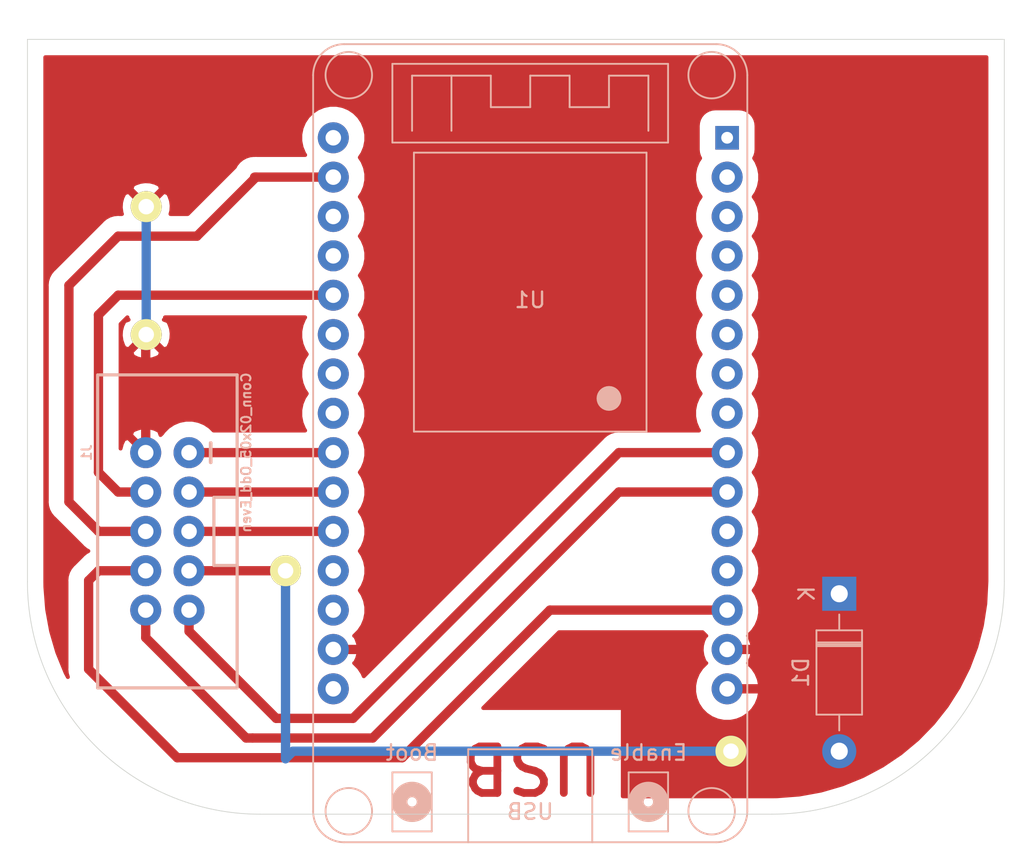
<source format=kicad_pcb>
(kicad_pcb (version 20171130) (host pcbnew 5.1.6-c6e7f7d~87~ubuntu20.04.1)

  (general
    (thickness 1.6)
    (drawings 7)
    (tracks 47)
    (zones 0)
    (modules 7)
    (nets 31)
  )

  (page A4)
  (layers
    (0 F.Cu signal)
    (31 B.Cu signal)
    (32 B.Adhes user)
    (33 F.Adhes user)
    (34 B.Paste user)
    (35 F.Paste user)
    (36 B.SilkS user)
    (37 F.SilkS user)
    (38 B.Mask user)
    (39 F.Mask user)
    (40 Dwgs.User user)
    (41 Cmts.User user)
    (42 Eco1.User user)
    (43 Eco2.User user)
    (44 Edge.Cuts user)
    (45 Margin user)
    (46 B.CrtYd user)
    (47 F.CrtYd user)
    (48 B.Fab user)
    (49 F.Fab user)
  )

  (setup
    (last_trace_width 0.6)
    (trace_clearance 0.2)
    (zone_clearance 1)
    (zone_45_only no)
    (trace_min 0.2)
    (via_size 0.8)
    (via_drill 0.4)
    (via_min_size 0.4)
    (via_min_drill 0.3)
    (uvia_size 0.3)
    (uvia_drill 0.1)
    (uvias_allowed no)
    (uvia_min_size 0.2)
    (uvia_min_drill 0.1)
    (edge_width 0.05)
    (segment_width 0.2)
    (pcb_text_width 0.3)
    (pcb_text_size 1.5 1.5)
    (mod_edge_width 0.12)
    (mod_text_size 1 1)
    (mod_text_width 0.15)
    (pad_size 2 2)
    (pad_drill 1)
    (pad_to_mask_clearance 0.05)
    (aux_axis_origin 115 120)
    (grid_origin 115 120)
    (visible_elements FFFFFF7F)
    (pcbplotparams
      (layerselection 0x00000_7fffffff)
      (usegerberextensions false)
      (usegerberattributes true)
      (usegerberadvancedattributes true)
      (creategerberjobfile true)
      (excludeedgelayer true)
      (linewidth 0.100000)
      (plotframeref false)
      (viasonmask false)
      (mode 1)
      (useauxorigin true)
      (hpglpennumber 1)
      (hpglpenspeed 20)
      (hpglpendiameter 15.000000)
      (psnegative false)
      (psa4output false)
      (plotreference true)
      (plotvalue true)
      (plotinvisibletext false)
      (padsonsilk false)
      (subtractmaskfromsilk false)
      (outputformat 1)
      (mirror false)
      (drillshape 0)
      (scaleselection 1)
      (outputdirectory "plot/"))
  )

  (net 0 "")
  (net 1 C_DIR)
  (net 2 SERVO_Z)
  (net 3 C_STEP)
  (net 4 B_DIR)
  (net 5 ENABLE)
  (net 6 B_STEP)
  (net 7 A_STEP)
  (net 8 GND)
  (net 9 A_DIR)
  (net 10 "Net-(U1-Pad1)")
  (net 11 "Net-(U1-Pad3)")
  (net 12 "Net-(U1-Pad4)")
  (net 13 "Net-(U1-Pad5)")
  (net 14 "Net-(U1-Pad7)")
  (net 15 "Net-(U1-Pad8)")
  (net 16 "Net-(U1-Pad11)")
  (net 17 "Net-(U1-Pad2)")
  (net 18 "Net-(U1-Pad6)")
  (net 19 "Net-(U1-Pad12)")
  (net 20 "Net-(U1-Pad27)")
  (net 21 "Net-(U1-Pad23)")
  (net 22 "Net-(U1-Pad24)")
  (net 23 "Net-(U1-Pad18)")
  (net 24 "Net-(U1-Pad19)")
  (net 25 "Net-(U1-Pad25)")
  (net 26 "Net-(U1-Pad28)")
  (net 27 "Net-(U1-Pad30)")
  (net 28 +5V)
  (net 29 "Net-(U1-Pad16)")
  (net 30 "Net-(D1-Pad1)")

  (net_class Default "This is the default net class."
    (clearance 0.2)
    (trace_width 0.6)
    (via_dia 0.8)
    (via_drill 0.4)
    (uvia_dia 0.3)
    (uvia_drill 0.1)
    (add_net +5V)
    (add_net A_DIR)
    (add_net A_STEP)
    (add_net B_DIR)
    (add_net B_STEP)
    (add_net C_DIR)
    (add_net C_STEP)
    (add_net ENABLE)
    (add_net GND)
    (add_net "Net-(D1-Pad1)")
    (add_net "Net-(U1-Pad1)")
    (add_net "Net-(U1-Pad11)")
    (add_net "Net-(U1-Pad12)")
    (add_net "Net-(U1-Pad16)")
    (add_net "Net-(U1-Pad18)")
    (add_net "Net-(U1-Pad19)")
    (add_net "Net-(U1-Pad2)")
    (add_net "Net-(U1-Pad23)")
    (add_net "Net-(U1-Pad24)")
    (add_net "Net-(U1-Pad25)")
    (add_net "Net-(U1-Pad27)")
    (add_net "Net-(U1-Pad28)")
    (add_net "Net-(U1-Pad3)")
    (add_net "Net-(U1-Pad30)")
    (add_net "Net-(U1-Pad4)")
    (add_net "Net-(U1-Pad5)")
    (add_net "Net-(U1-Pad6)")
    (add_net "Net-(U1-Pad7)")
    (add_net "Net-(U1-Pad8)")
    (add_net SERVO_Z)
  )

  (module custom:Bridge (layer F.Cu) (tedit 5F8E06A0) (tstamp 5F8E0A20)
    (at 154.37 107.935 180)
    (fp_text reference "" (at 0 2.54) (layer F.SilkS)
      (effects (font (size 1 1) (thickness 0.15)))
    )
    (fp_text value Bridge (at 0 -2.54) (layer F.Fab)
      (effects (font (size 1 1) (thickness 0.15)))
    )
    (pad 1 thru_hole circle (at 0 0 180) (size 2 2) (drill 1) (layers *.Cu *.Mask F.SilkS)
      (net 28 +5V))
  )

  (module Diode_THT:D_DO-41_SOD81_P10.16mm_Horizontal (layer B.Cu) (tedit 5AE50CD5) (tstamp 5F8E087F)
    (at 161.355 97.775 270)
    (descr "Diode, DO-41_SOD81 series, Axial, Horizontal, pin pitch=10.16mm, , length*diameter=5.2*2.7mm^2, , http://www.diodes.com/_files/packages/DO-41%20(Plastic).pdf")
    (tags "Diode DO-41_SOD81 series Axial Horizontal pin pitch 10.16mm  length 5.2mm diameter 2.7mm")
    (path /5F8E0952)
    (fp_text reference D1 (at 5.08 2.47 90) (layer B.SilkS)
      (effects (font (size 1 1) (thickness 0.15)) (justify mirror))
    )
    (fp_text value 1N4001 (at 5.08 -2.47 90) (layer B.Fab)
      (effects (font (size 1 1) (thickness 0.15)) (justify mirror))
    )
    (fp_text user K (at 0 2.1 90) (layer B.SilkS)
      (effects (font (size 1 1) (thickness 0.15)) (justify mirror))
    )
    (fp_text user K (at 0 2.1 90) (layer B.Fab)
      (effects (font (size 1 1) (thickness 0.15)) (justify mirror))
    )
    (fp_text user %R (at 5.47 0 90) (layer B.Fab)
      (effects (font (size 1 1) (thickness 0.15)) (justify mirror))
    )
    (fp_line (start 2.48 1.35) (end 2.48 -1.35) (layer B.Fab) (width 0.1))
    (fp_line (start 2.48 -1.35) (end 7.68 -1.35) (layer B.Fab) (width 0.1))
    (fp_line (start 7.68 -1.35) (end 7.68 1.35) (layer B.Fab) (width 0.1))
    (fp_line (start 7.68 1.35) (end 2.48 1.35) (layer B.Fab) (width 0.1))
    (fp_line (start 0 0) (end 2.48 0) (layer B.Fab) (width 0.1))
    (fp_line (start 10.16 0) (end 7.68 0) (layer B.Fab) (width 0.1))
    (fp_line (start 3.26 1.35) (end 3.26 -1.35) (layer B.Fab) (width 0.1))
    (fp_line (start 3.36 1.35) (end 3.36 -1.35) (layer B.Fab) (width 0.1))
    (fp_line (start 3.16 1.35) (end 3.16 -1.35) (layer B.Fab) (width 0.1))
    (fp_line (start 2.36 1.47) (end 2.36 -1.47) (layer B.SilkS) (width 0.12))
    (fp_line (start 2.36 -1.47) (end 7.8 -1.47) (layer B.SilkS) (width 0.12))
    (fp_line (start 7.8 -1.47) (end 7.8 1.47) (layer B.SilkS) (width 0.12))
    (fp_line (start 7.8 1.47) (end 2.36 1.47) (layer B.SilkS) (width 0.12))
    (fp_line (start 1.34 0) (end 2.36 0) (layer B.SilkS) (width 0.12))
    (fp_line (start 8.82 0) (end 7.8 0) (layer B.SilkS) (width 0.12))
    (fp_line (start 3.26 1.47) (end 3.26 -1.47) (layer B.SilkS) (width 0.12))
    (fp_line (start 3.38 1.47) (end 3.38 -1.47) (layer B.SilkS) (width 0.12))
    (fp_line (start 3.14 1.47) (end 3.14 -1.47) (layer B.SilkS) (width 0.12))
    (fp_line (start -1.35 1.6) (end -1.35 -1.6) (layer B.CrtYd) (width 0.05))
    (fp_line (start -1.35 -1.6) (end 11.51 -1.6) (layer B.CrtYd) (width 0.05))
    (fp_line (start 11.51 -1.6) (end 11.51 1.6) (layer B.CrtYd) (width 0.05))
    (fp_line (start 11.51 1.6) (end -1.35 1.6) (layer B.CrtYd) (width 0.05))
    (pad 2 thru_hole oval (at 10.16 0 270) (size 2.2 2.2) (drill 1.1) (layers *.Cu *.Mask)
      (net 28 +5V))
    (pad 1 thru_hole rect (at 0 0 270) (size 2.2 2.2) (drill 1.1) (layers *.Cu *.Mask)
      (net 30 "Net-(D1-Pad1)"))
    (model ${KISYS3DMOD}/Diode_THT.3dshapes/D_DO-41_SOD81_P10.16mm_Horizontal.wrl
      (at (xyz 0 0 0))
      (scale (xyz 1 1 1))
      (rotate (xyz 0 0 0))
    )
  )

  (module custom:Bridge (layer F.Cu) (tedit 5F89ECFF) (tstamp 5F8A4B5F)
    (at 125.645 96.29 180)
    (fp_text reference "" (at 0 2.54) (layer F.SilkS)
      (effects (font (size 1 1) (thickness 0.15)))
    )
    (fp_text value Bridge (at 0 -2.54) (layer F.Fab)
      (effects (font (size 1 1) (thickness 0.15)))
    )
    (pad 1 thru_hole circle (at 0 0 180) (size 2 2) (drill 1) (layers *.Cu *.Mask F.SilkS)
      (net 28 +5V))
  )

  (module custom:Bridge (layer F.Cu) (tedit 5F88C224) (tstamp 5F89364A)
    (at 116.66 72.795 180)
    (fp_text reference "" (at 0 2.54) (layer F.SilkS)
      (effects (font (size 1 1) (thickness 0.15)))
    )
    (fp_text value Bridge (at 0 -2.54) (layer F.Fab)
      (effects (font (size 1 1) (thickness 0.15)))
    )
    (pad 1 thru_hole circle (at 0 0 180) (size 2 2) (drill 1) (layers *.Cu *.Mask F.SilkS)
      (net 8 GND))
  )

  (module custom:Bridge (layer F.Cu) (tedit 5F89ED27) (tstamp 5F893633)
    (at 116.66 81.05 180)
    (fp_text reference "" (at 0 2.54) (layer F.SilkS)
      (effects (font (size 1 1) (thickness 0.15)))
    )
    (fp_text value Bridge (at 0 -2.54) (layer F.Fab)
      (effects (font (size 1 1) (thickness 0.15)))
    )
    (pad 1 thru_hole circle (at 0 0 180) (size 2 2) (drill 1) (layers *.Cu *.Mask F.SilkS)
      (net 8 GND))
  )

  (module custom:esp32_devkit_v1_doit (layer B.Cu) (tedit 5F89ED62) (tstamp 5F88C826)
    (at 141.425 68.35 180)
    (descr "ESPWROOM32, ESP32, 30 GPIOs version")
    (path /5F88B531)
    (attr smd)
    (fp_text reference U1 (at 0 -10.47) (layer B.SilkS)
      (effects (font (size 1 1) (thickness 0.15)) (justify mirror))
    )
    (fp_text value ESP32-DEV-30GPIO (at 0 -8.7) (layer B.Fab)
      (effects (font (size 1 1) (thickness 0.15)) (justify mirror))
    )
    (fp_circle (center 7.62 -42.855) (end 7.92 -42.855) (layer B.SilkS) (width 1))
    (fp_circle (center -7.62 -42.855) (end -7.32 -42.855) (layer B.SilkS) (width 1))
    (fp_line (start -6.35 -40.95) (end -6.35 -44.76) (layer B.SilkS) (width 0.12))
    (fp_line (start -8.89 -40.95) (end -6.35 -40.95) (layer B.SilkS) (width 0.12))
    (fp_line (start -8.89 -44.76) (end -8.89 -40.95) (layer B.SilkS) (width 0.12))
    (fp_line (start -6.35 -44.76) (end -8.89 -44.76) (layer B.SilkS) (width 0.12))
    (fp_line (start 6.35 -44.76) (end 6.35 -40.95) (layer B.SilkS) (width 0.12))
    (fp_line (start 8.89 -44.76) (end 6.35 -44.76) (layer B.SilkS) (width 0.12))
    (fp_line (start 8.89 -40.95) (end 8.89 -44.76) (layer B.SilkS) (width 0.12))
    (fp_line (start 6.35 -40.95) (end 8.89 -40.95) (layer B.SilkS) (width 0.12))
    (fp_circle (center -5.08 -16.82) (end -4.68 -16.82) (layer B.SilkS) (width 0.8))
    (fp_line (start -7.5 -18.96) (end -7.5 -0.96) (layer B.SilkS) (width 0.12))
    (fp_line (start 7.5 -18.96) (end -7.5 -18.96) (layer B.SilkS) (width 0.12))
    (fp_line (start 7.5 -0.96) (end 7.5 -18.96) (layer B.SilkS) (width 0.12))
    (fp_line (start -7.5 -0.96) (end 7.5 -0.96) (layer B.SilkS) (width 0.12))
    (fp_line (start 5.08 4.008) (end 5.08 0.452) (layer B.SilkS) (width 0.12))
    (fp_line (start 7.62 4.008) (end 7.62 0.452) (layer B.SilkS) (width 0.12))
    (fp_line (start 2.54 4.008) (end 7.62 4.008) (layer B.SilkS) (width 0.12))
    (fp_line (start 2.54 1.976) (end 2.54 4.008) (layer B.SilkS) (width 0.12))
    (fp_line (start 0 1.976) (end 2.54 1.976) (layer B.SilkS) (width 0.12))
    (fp_line (start 0 4.008) (end 0 1.976) (layer B.SilkS) (width 0.12))
    (fp_line (start -2.54 4.008) (end 0 4.008) (layer B.SilkS) (width 0.12))
    (fp_line (start -2.54 1.976) (end -2.54 4.008) (layer B.SilkS) (width 0.12))
    (fp_line (start -5.08 1.976) (end -2.54 1.976) (layer B.SilkS) (width 0.12))
    (fp_line (start -5.08 4.008) (end -5.08 1.976) (layer B.SilkS) (width 0.12))
    (fp_line (start -7.62 4.008) (end -5.08 4.008) (layer B.SilkS) (width 0.12))
    (fp_line (start -7.62 0.452) (end -7.62 4.008) (layer B.SilkS) (width 0.12))
    (fp_line (start -8.89 -0.31) (end -8.89 4.77) (layer B.SilkS) (width 0.12))
    (fp_line (start 8.89 -0.31) (end -8.89 -0.31) (layer B.SilkS) (width 0.12))
    (fp_line (start 8.89 4.77) (end 8.89 -0.31) (layer B.SilkS) (width 0.12))
    (fp_line (start -8.89 4.77) (end 8.89 4.77) (layer B.SilkS) (width 0.12))
    (fp_line (start -4 -39.46) (end 4 -39.46) (layer B.SilkS) (width 0.12))
    (fp_line (start 4 -39.46) (end 4 -45.46) (layer B.SilkS) (width 0.12))
    (fp_line (start -4 -39.46) (end -4 -45.46) (layer B.SilkS) (width 0.12))
    (fp_circle (center 11.7 -43.46) (end 13.2 -43.46) (layer B.SilkS) (width 0.12))
    (fp_circle (center -11.7 -43.46) (end -10.2 -43.46) (layer B.SilkS) (width 0.12))
    (fp_line (start -12 6.04) (end 12 6.04) (layer B.SilkS) (width 0.12))
    (fp_line (start -12 -45.46) (end 12 -45.46) (layer B.SilkS) (width 0.12))
    (fp_line (start -14 4.04) (end -14 -43.46) (layer B.SilkS) (width 0.12))
    (fp_line (start 14 -43.46) (end 14 4.04) (layer B.SilkS) (width 0.12))
    (fp_circle (center 11.7 4.04) (end 13.2 4.04) (layer B.SilkS) (width 0.12))
    (fp_circle (center -11.7 4.04) (end -10.2 4.04) (layer B.SilkS) (width 0.12))
    (fp_text user USB (at 0 -43.49) (layer B.SilkS)
      (effects (font (size 1 1) (thickness 0.15)) (justify mirror))
    )
    (fp_text user Boot (at 7.62 -39.68) (layer B.SilkS)
      (effects (font (size 1 1) (thickness 0.15)) (justify mirror))
    )
    (fp_text user Enable (at -7.62 -39.68) (layer B.SilkS)
      (effects (font (size 1 1) (thickness 0.15)) (justify mirror))
    )
    (fp_arc (start 12 4.04) (end 14 4.04) (angle 90) (layer B.SilkS) (width 0.12))
    (fp_arc (start -12 4.04) (end -12 6.04) (angle 90) (layer B.SilkS) (width 0.12))
    (fp_arc (start -12 -43.46) (end -14 -43.46) (angle 90) (layer B.SilkS) (width 0.12))
    (fp_arc (start 12 -43.46) (end 12 -45.46) (angle 90) (layer B.SilkS) (width 0.12))
    (pad 1 thru_hole rect (at -12.7 0 180) (size 1.524 1.524) (drill 0.762) (layers *.Cu *.Mask)
      (net 10 "Net-(U1-Pad1)"))
    (pad 2 thru_hole circle (at -12.7 -2.54 180) (size 2 2) (drill 1) (layers *.Cu *.Mask)
      (net 17 "Net-(U1-Pad2)"))
    (pad 3 thru_hole circle (at -12.7 -5.08 180) (size 2 2) (drill 1) (layers *.Cu *.Mask)
      (net 11 "Net-(U1-Pad3)"))
    (pad 4 thru_hole circle (at -12.7 -7.62 180) (size 2 2) (drill 1) (layers *.Cu *.Mask)
      (net 12 "Net-(U1-Pad4)"))
    (pad 5 thru_hole circle (at -12.7 -10.16 180) (size 2 2) (drill 1) (layers *.Cu *.Mask)
      (net 13 "Net-(U1-Pad5)"))
    (pad 6 thru_hole circle (at -12.7 -12.7 180) (size 2 2) (drill 1) (layers *.Cu *.Mask)
      (net 18 "Net-(U1-Pad6)"))
    (pad 7 thru_hole circle (at -12.7 -15.24 180) (size 2 2) (drill 1) (layers *.Cu *.Mask)
      (net 14 "Net-(U1-Pad7)"))
    (pad 8 thru_hole circle (at -12.7 -17.78 180) (size 2 2) (drill 1) (layers *.Cu *.Mask)
      (net 15 "Net-(U1-Pad8)"))
    (pad 9 thru_hole circle (at -12.7 -20.32 180) (size 2 2) (drill 1) (layers *.Cu *.Mask)
      (net 2 SERVO_Z))
    (pad 10 thru_hole circle (at -12.7 -22.86 180) (size 2 2) (drill 1) (layers *.Cu *.Mask)
      (net 1 C_DIR))
    (pad 11 thru_hole circle (at -12.7 -25.4 180) (size 2 2) (drill 1) (layers *.Cu *.Mask)
      (net 16 "Net-(U1-Pad11)"))
    (pad 12 thru_hole circle (at -12.7 -27.94 180) (size 2 2) (drill 1) (layers *.Cu *.Mask)
      (net 19 "Net-(U1-Pad12)"))
    (pad 13 thru_hole circle (at -12.7 -30.48 180) (size 2 2) (drill 1) (layers *.Cu *.Mask)
      (net 3 C_STEP))
    (pad 14 thru_hole circle (at -12.7 -33.02 180) (size 2 2) (drill 1) (layers *.Cu *.Mask)
      (net 8 GND))
    (pad 15 thru_hole circle (at -12.7 -35.56 180) (size 2 2) (drill 1) (layers *.Cu *.Mask)
      (net 30 "Net-(D1-Pad1)"))
    (pad 16 thru_hole circle (at 12.7 -35.56 180) (size 2 2) (drill 1) (layers *.Cu *.Mask)
      (net 29 "Net-(U1-Pad16)"))
    (pad 17 thru_hole circle (at 12.7 -33.02 180) (size 2 2) (drill 1) (layers *.Cu *.Mask)
      (net 8 GND))
    (pad 18 thru_hole circle (at 12.7 -30.48 180) (size 2 2) (drill 1) (layers *.Cu *.Mask)
      (net 23 "Net-(U1-Pad18)"))
    (pad 19 thru_hole circle (at 12.7 -27.94 180) (size 2 2) (drill 1) (layers *.Cu *.Mask)
      (net 24 "Net-(U1-Pad19)"))
    (pad 20 thru_hole circle (at 12.7 -25.4 180) (size 2 2) (drill 1) (layers *.Cu *.Mask)
      (net 5 ENABLE))
    (pad 21 thru_hole circle (at 12.7 -22.86 180) (size 2 2) (drill 1) (layers *.Cu *.Mask)
      (net 7 A_STEP))
    (pad 22 thru_hole circle (at 12.7 -20.32 180) (size 2 2) (drill 1) (layers *.Cu *.Mask)
      (net 9 A_DIR))
    (pad 23 thru_hole circle (at 12.7 -17.78 180) (size 2 2) (drill 1) (layers *.Cu *.Mask)
      (net 21 "Net-(U1-Pad23)"))
    (pad 24 thru_hole circle (at 12.7 -15.24 180) (size 2 2) (drill 1) (layers *.Cu *.Mask)
      (net 22 "Net-(U1-Pad24)"))
    (pad 25 thru_hole circle (at 12.7 -12.7 180) (size 2 2) (drill 1) (layers *.Cu *.Mask)
      (net 25 "Net-(U1-Pad25)"))
    (pad 26 thru_hole circle (at 12.7 -10.16 180) (size 2 2) (drill 1) (layers *.Cu *.Mask)
      (net 6 B_STEP))
    (pad 27 thru_hole circle (at 12.7 -7.62 180) (size 2 2) (drill 1) (layers *.Cu *.Mask)
      (net 20 "Net-(U1-Pad27)"))
    (pad 28 thru_hole circle (at 12.7 -5.08 180) (size 2 2) (drill 1) (layers *.Cu *.Mask)
      (net 26 "Net-(U1-Pad28)"))
    (pad 29 thru_hole circle (at 12.7 -2.54 180) (size 2 2) (drill 1) (layers *.Cu *.Mask)
      (net 4 B_DIR))
    (pad 30 thru_hole circle (at 12.7 0 180) (size 2 2) (drill 1) (layers *.Cu *.Mask)
      (net 27 "Net-(U1-Pad30)"))
    (model ${KISYS3DMOD}/Button_Switch_SMD.3dshapes/SW_SPST_B3U-1000P-B.wrl
      (offset (xyz 7.5 -43 4))
      (scale (xyz 1 1 1))
      (rotate (xyz 0 0 90))
    )
    (model ${KISYS3DMOD}/Button_Switch_SMD.3dshapes/SW_SPST_B3U-1000P-B.wrl
      (offset (xyz -7.5 -43 4))
      (scale (xyz 1 1 1))
      (rotate (xyz 0 0 90))
    )
    (model ${KISYS3DMOD}/Connector_PinHeader_2.54mm.3dshapes/PinHeader_1x15_P2.54mm_Vertical.wrl
      (offset (xyz -12.7 0 2.5))
      (scale (xyz 1 1 1))
      (rotate (xyz 0 180 0))
    )
    (model ${KISYS3DMOD}/Connector_PinHeader_2.54mm.3dshapes/PinHeader_1x15_P2.54mm_Vertical.wrl
      (offset (xyz 12.7 0 2.5))
      (scale (xyz 1 1 1))
      (rotate (xyz 0 180 0))
    )
    (model ${VL_PACKAGES3D}/esp32_devkit_v1_doit.3dshapes/esp32_devkit_v1_doit.step
      (offset (xyz -12.7 0 2.5))
      (scale (xyz 1 1 1))
      (rotate (xyz 0 0 0))
    )
    (model ${KISYS3DMOD}/Connector_USB.3dshapes/USB_Micro-B_Molex_47346-0001.wrl
      (offset (xyz 0 -42 4))
      (scale (xyz 1 1 1))
      (rotate (xyz 0 0 0))
    )
    (model ${KISYS3DMOD}/LED_SMD.3dshapes/LED_1206_3216Metric.wrl
      (offset (xyz -6 -23 4))
      (scale (xyz 1 1 1))
      (rotate (xyz 0 0 -90))
    )
    (model ${KISYS3DMOD}/LED_SMD.3dshapes/LED_1206_3216Metric.wrl
      (offset (xyz 6 -23 4))
      (scale (xyz 1 1 1))
      (rotate (xyz 0 0 -90))
    )
    (model ${KISYS3DMOD}/Capacitor_Tantalum_SMD.3dshapes/CP_EIA-2012-15_AVX-P.wrl
      (offset (xyz -6.5 -27.5 4))
      (scale (xyz 1 1 1))
      (rotate (xyz 0 0 0))
    )
    (model ${KISYS3DMOD}/Package_TO_SOT_SMD.3dshapes/SOT-223.wrl
      (offset (xyz -6 -33 4))
      (scale (xyz 1 1 1))
      (rotate (xyz 0 0 -180))
    )
    (model ${KISYS3DMOD}/Resistor_SMD.3dshapes/R_0603_1608Metric.wrl
      (offset (xyz -7 -38.5 4))
      (scale (xyz 1 1 1))
      (rotate (xyz 0 0 0))
    )
    (model ${KISYS3DMOD}/Resistor_SMD.3dshapes/R_0603_1608Metric.wrl
      (offset (xyz 8.5 -38.5 4))
      (scale (xyz 1 1 1))
      (rotate (xyz 0 0 0))
    )
    (model ${KISYS3DMOD}/Resistor_SMD.3dshapes/R_0603_1608Metric.wrl
      (offset (xyz 5.5 -38.5 4))
      (scale (xyz 1 1 1))
      (rotate (xyz 0 0 0))
    )
    (model ${KISYS3DMOD}/Package_TO_SOT_SMD.3dshapes/SOT-23.wrl
      (offset (xyz -0.5 -27.5 4))
      (scale (xyz 1 1 1))
      (rotate (xyz 0 0 0))
    )
    (model ${KISYS3DMOD}/Package_TO_SOT_SMD.3dshapes/SOT-23.wrl
      (offset (xyz 6 -27.5 4))
      (scale (xyz 1 1 1))
      (rotate (xyz 0 0 -180))
    )
    (model ${KISYS3DMOD}/Resistor_SMD.3dshapes/R_0603_1608Metric.wrl
      (offset (xyz 9 -27.5 4))
      (scale (xyz 1 1 1))
      (rotate (xyz 0 0 90))
    )
    (model ${KISYS3DMOD}/Resistor_SMD.3dshapes/R_0603_1608Metric.wrl
      (offset (xyz -3.5 -27.5 4))
      (scale (xyz 1 1 1))
      (rotate (xyz 0 0 90))
    )
    (model ${KISYS3DMOD}/Capacitor_SMD.3dshapes/C_0603_1608Metric.wrl
      (offset (xyz -0.5 -38.5 4))
      (scale (xyz 1 1 1))
      (rotate (xyz 0 0 0))
    )
    (model ${KISYS3DMOD}/Diode_SMD.3dshapes/D_0603_1608Metric.wrl
      (offset (xyz -3 -38.5 4))
      (scale (xyz 1 1 1))
      (rotate (xyz 0 0 0))
    )
    (model ${KISYS3DMOD}/Resistor_SMD.3dshapes/R_0603_1608Metric.wrl
      (offset (xyz -3 -23 4))
      (scale (xyz 1 1 1))
      (rotate (xyz 0 0 90))
    )
    (model ${KISYS3DMOD}/Resistor_SMD.3dshapes/R_0603_1608Metric.wrl
      (offset (xyz -1.5 -23 4))
      (scale (xyz 1 1 1))
      (rotate (xyz 0 0 90))
    )
    (model ${KISYS3DMOD}/Resistor_SMD.3dshapes/R_0603_1608Metric.wrl
      (offset (xyz 0 -23 4))
      (scale (xyz 1 1 1))
      (rotate (xyz 0 0 90))
    )
    (model ${KISYS3DMOD}/Resistor_SMD.3dshapes/R_0603_1608Metric.wrl
      (offset (xyz 1.5 -23 4))
      (scale (xyz 1 1 1))
      (rotate (xyz 0 0 90))
    )
    (model ${KISYS3DMOD}/Resistor_SMD.3dshapes/R_0603_1608Metric.wrl
      (offset (xyz 3 -23 4))
      (scale (xyz 1 1 1))
      (rotate (xyz 0 0 90))
    )
    (model ${KISYS3DMOD}/Package_DFN_QFN.3dshapes/QFN-28-1EP_5x5mm_P0.5mm_EP3.35x3.35mm.wrl
      (offset (xyz 7 -33.5 4))
      (scale (xyz 1 1 1))
      (rotate (xyz 0 0 0))
    )
    (model ${KISYS3DMOD}/Resistor_SMD.3dshapes/R_0603_1608Metric.wrl
      (offset (xyz 8.5 -22 4))
      (scale (xyz 1 1 1))
      (rotate (xyz 0 0 0))
    )
    (model ${KISYS3DMOD}/Resistor_SMD.3dshapes/R_0603_1608Metric.wrl
      (offset (xyz 8.5 -24 4))
      (scale (xyz 1 1 1))
      (rotate (xyz 0 0 0))
    )
    (model ${KISYS3DMOD}/Capacitor_SMD.3dshapes/C_0603_1608Metric.wrl
      (offset (xyz -8.5 -22 4))
      (scale (xyz 1 1 1))
      (rotate (xyz 0 0 0))
    )
    (model ${KISYS3DMOD}/Capacitor_SMD.3dshapes/C_0603_1608Metric.wrl
      (offset (xyz -8.5 -24 4))
      (scale (xyz 1 1 1))
      (rotate (xyz 0 0 0))
    )
    (model ${KISYS3DMOD}/RF_Module.3dshapes/ESP32-WROOM-32.wrl
      (offset (xyz 0 -10 4))
      (scale (xyz 1 1 1))
      (rotate (xyz 0 0 0))
    )
  )

  (module Connectors:2X5-SHROUDED_LOCK (layer B.Cu) (tedit 5F89ED46) (tstamp 5F88C070)
    (at 118.025 93.75 180)
    (descr "PLATED THROUGH HOLE - 2X5 SHROUDED HEADER LOCKING FOOTPRINT")
    (tags "PLATED THROUGH HOLE - 2X5 SHROUDED HEADER LOCKING FOOTPRINT")
    (path /5F878A58)
    (attr virtual)
    (fp_text reference J1 (at 5.207 5.08 270) (layer B.SilkS)
      (effects (font (size 0.6096 0.6096) (thickness 0.127)) (justify mirror))
    )
    (fp_text value Conn_02x05_Odd_Even (at -5.08 5.08 270) (layer B.SilkS)
      (effects (font (size 0.6096 0.6096) (thickness 0.127)) (justify mirror))
    )
    (fp_line (start -1.524 4.826) (end -1.016 4.826) (layer Dwgs.User) (width 0.06604))
    (fp_line (start -1.016 4.826) (end -1.016 5.334) (layer Dwgs.User) (width 0.06604))
    (fp_line (start -1.524 5.334) (end -1.016 5.334) (layer Dwgs.User) (width 0.06604))
    (fp_line (start -1.524 4.826) (end -1.524 5.334) (layer Dwgs.User) (width 0.06604))
    (fp_line (start 1.016 4.826) (end 1.524 4.826) (layer Dwgs.User) (width 0.06604))
    (fp_line (start 1.524 4.826) (end 1.524 5.334) (layer Dwgs.User) (width 0.06604))
    (fp_line (start 1.016 5.334) (end 1.524 5.334) (layer Dwgs.User) (width 0.06604))
    (fp_line (start 1.016 4.826) (end 1.016 5.334) (layer Dwgs.User) (width 0.06604))
    (fp_line (start 1.016 2.286) (end 1.524 2.286) (layer Dwgs.User) (width 0.06604))
    (fp_line (start 1.524 2.286) (end 1.524 2.794) (layer Dwgs.User) (width 0.06604))
    (fp_line (start 1.016 2.794) (end 1.524 2.794) (layer Dwgs.User) (width 0.06604))
    (fp_line (start 1.016 2.286) (end 1.016 2.794) (layer Dwgs.User) (width 0.06604))
    (fp_line (start -1.524 2.286) (end -1.016 2.286) (layer Dwgs.User) (width 0.06604))
    (fp_line (start -1.016 2.286) (end -1.016 2.794) (layer Dwgs.User) (width 0.06604))
    (fp_line (start -1.524 2.794) (end -1.016 2.794) (layer Dwgs.User) (width 0.06604))
    (fp_line (start -1.524 2.286) (end -1.524 2.794) (layer Dwgs.User) (width 0.06604))
    (fp_line (start 1.016 -0.254) (end 1.524 -0.254) (layer Dwgs.User) (width 0.06604))
    (fp_line (start 1.524 -0.254) (end 1.524 0.254) (layer Dwgs.User) (width 0.06604))
    (fp_line (start 1.016 0.254) (end 1.524 0.254) (layer Dwgs.User) (width 0.06604))
    (fp_line (start 1.016 -0.254) (end 1.016 0.254) (layer Dwgs.User) (width 0.06604))
    (fp_line (start -1.524 -0.254) (end -1.016 -0.254) (layer Dwgs.User) (width 0.06604))
    (fp_line (start -1.016 -0.254) (end -1.016 0.254) (layer Dwgs.User) (width 0.06604))
    (fp_line (start -1.524 0.254) (end -1.016 0.254) (layer Dwgs.User) (width 0.06604))
    (fp_line (start -1.524 -0.254) (end -1.524 0.254) (layer Dwgs.User) (width 0.06604))
    (fp_line (start 1.016 -2.794) (end 1.524 -2.794) (layer Dwgs.User) (width 0.06604))
    (fp_line (start 1.524 -2.794) (end 1.524 -2.286) (layer Dwgs.User) (width 0.06604))
    (fp_line (start 1.016 -2.286) (end 1.524 -2.286) (layer Dwgs.User) (width 0.06604))
    (fp_line (start 1.016 -2.794) (end 1.016 -2.286) (layer Dwgs.User) (width 0.06604))
    (fp_line (start -1.524 -2.794) (end -1.016 -2.794) (layer Dwgs.User) (width 0.06604))
    (fp_line (start -1.016 -2.794) (end -1.016 -2.286) (layer Dwgs.User) (width 0.06604))
    (fp_line (start -1.524 -2.286) (end -1.016 -2.286) (layer Dwgs.User) (width 0.06604))
    (fp_line (start -1.524 -2.794) (end -1.524 -2.286) (layer Dwgs.User) (width 0.06604))
    (fp_line (start 1.016 -5.334) (end 1.524 -5.334) (layer Dwgs.User) (width 0.06604))
    (fp_line (start 1.524 -5.334) (end 1.524 -4.826) (layer Dwgs.User) (width 0.06604))
    (fp_line (start 1.016 -4.826) (end 1.524 -4.826) (layer Dwgs.User) (width 0.06604))
    (fp_line (start 1.016 -5.334) (end 1.016 -4.826) (layer Dwgs.User) (width 0.06604))
    (fp_line (start -1.524 -5.334) (end -1.016 -5.334) (layer Dwgs.User) (width 0.06604))
    (fp_line (start -1.016 -5.334) (end -1.016 -4.826) (layer Dwgs.User) (width 0.06604))
    (fp_line (start -1.524 -4.826) (end -1.016 -4.826) (layer Dwgs.User) (width 0.06604))
    (fp_line (start -1.524 -5.334) (end -1.524 -4.826) (layer Dwgs.User) (width 0.06604))
    (fp_line (start -1.524 -2.794) (end -1.016 -2.794) (layer Dwgs.User) (width 0.06604))
    (fp_line (start -1.016 -2.794) (end -1.016 -2.286) (layer Dwgs.User) (width 0.06604))
    (fp_line (start -1.524 -2.286) (end -1.016 -2.286) (layer Dwgs.User) (width 0.06604))
    (fp_line (start -1.524 -2.794) (end -1.524 -2.286) (layer Dwgs.User) (width 0.06604))
    (fp_line (start 1.016 -2.794) (end 1.524 -2.794) (layer Dwgs.User) (width 0.06604))
    (fp_line (start 1.524 -2.794) (end 1.524 -2.286) (layer Dwgs.User) (width 0.06604))
    (fp_line (start 1.016 -2.286) (end 1.524 -2.286) (layer Dwgs.User) (width 0.06604))
    (fp_line (start 1.016 -2.794) (end 1.016 -2.286) (layer Dwgs.User) (width 0.06604))
    (fp_line (start -2.77368 5.715) (end -2.77368 4.445) (layer B.SilkS) (width 0.2032))
    (fp_line (start 4.49834 10.09904) (end 4.49834 -10.09904) (layer B.SilkS) (width 0.2032))
    (fp_line (start -4.49834 -10.09904) (end -4.49834 -2.19964) (layer B.SilkS) (width 0.2032))
    (fp_line (start -4.49834 -2.19964) (end -4.49834 2.19964) (layer B.SilkS) (width 0.2032))
    (fp_line (start -4.49834 2.19964) (end -4.49834 10.09904) (layer B.SilkS) (width 0.2032))
    (fp_line (start -4.49834 10.09904) (end 4.39928 10.09904) (layer B.SilkS) (width 0.2032))
    (fp_line (start 4.49834 -10.09904) (end -4.49834 -10.09904) (layer B.SilkS) (width 0.2032))
    (fp_line (start -3.39852 8.99922) (end 3.39852 8.99922) (layer Dwgs.User) (width 0.2032))
    (fp_line (start 3.39852 8.99922) (end 3.39852 -8.99922) (layer Dwgs.User) (width 0.2032))
    (fp_line (start -3.39852 -8.99922) (end 3.39852 -8.99922) (layer Dwgs.User) (width 0.2032))
    (fp_line (start -4.49834 2.19964) (end -2.99974 2.19964) (layer B.SilkS) (width 0.2032))
    (fp_line (start -2.99974 2.19964) (end -2.99974 -2.19964) (layer B.SilkS) (width 0.2032))
    (fp_line (start -2.99974 -2.19964) (end -4.49834 -2.19964) (layer B.SilkS) (width 0.2032))
    (fp_line (start -3.39852 8.99922) (end -3.39852 2.19964) (layer Dwgs.User) (width 0.2032))
    (fp_line (start -3.39852 -8.99922) (end -3.39852 -2.19964) (layer Dwgs.User) (width 0.2032))
    (fp_line (start -2.81178 5.715) (end -2.81178 4.445) (layer B.SilkS) (width 0.2032))
    (pad 10 thru_hole circle (at 1.397 -5.08 180) (size 2 2) (drill 1) (layers *.Cu *.Mask)
      (net 1 C_DIR) (solder_mask_margin 0.1016))
    (pad 9 thru_hole circle (at -1.397 -5.08 180) (size 2 2) (drill 1) (layers *.Cu *.Mask)
      (net 2 SERVO_Z) (solder_mask_margin 0.1016))
    (pad 8 thru_hole circle (at 1.397 -2.54 180) (size 2 2) (drill 1) (layers *.Cu *.Mask)
      (net 3 C_STEP) (solder_mask_margin 0.1016))
    (pad 7 thru_hole circle (at -1.397 -2.54 180) (size 2 2) (drill 1) (layers *.Cu *.Mask)
      (net 28 +5V) (solder_mask_margin 0.1016))
    (pad 6 thru_hole circle (at 1.397 0 180) (size 2 2) (drill 1) (layers *.Cu *.Mask)
      (net 4 B_DIR) (solder_mask_margin 0.1016))
    (pad 5 thru_hole circle (at -1.397 0 180) (size 2 2) (drill 1) (layers *.Cu *.Mask)
      (net 5 ENABLE) (solder_mask_margin 0.1016))
    (pad 4 thru_hole circle (at 1.397 2.54 180) (size 2 2) (drill 1) (layers *.Cu *.Mask)
      (net 6 B_STEP) (solder_mask_margin 0.1016))
    (pad 3 thru_hole circle (at -1.397 2.54 180) (size 2 2) (drill 1) (layers *.Cu *.Mask)
      (net 7 A_STEP) (solder_mask_margin 0.1016))
    (pad 2 thru_hole circle (at 1.397 5.08 180) (size 2 2) (drill 1) (layers *.Cu *.Mask)
      (net 8 GND) (solder_mask_margin 0.1016))
    (pad 1 thru_hole circle (at -1.397 5.08 180) (size 2 2) (drill 1) (layers *.Cu *.Mask)
      (net 9 A_DIR) (solder_mask_margin 0.1016))
  )

  (gr_line (start 172 97) (end 172 62) (layer Edge.Cuts) (width 0.05) (tstamp 5F8A48CA))
  (gr_line (start 124 112) (end 157 112) (layer Edge.Cuts) (width 0.05))
  (gr_line (start 109 62) (end 109 97) (layer Edge.Cuts) (width 0.05))
  (gr_line (start 172 62) (end 109 62) (layer Edge.Cuts) (width 0.05))
  (gr_text USB (at 141.52 108.99 -180) (layer F.Cu)
    (effects (font (size 3 3) (thickness 0.5)))
  )
  (gr_arc (start 124 97) (end 109 97) (angle -90) (layer Edge.Cuts) (width 0.05))
  (gr_arc (start 157 97) (end 157 112) (angle -90) (layer Edge.Cuts) (width 0.05))

  (segment (start 123.518 107.085) (end 131.265 107.085) (width 0.6) (layer F.Cu) (net 1))
  (segment (start 147.14 91.21) (end 154.125 91.21) (width 0.6) (layer F.Cu) (net 1))
  (segment (start 131.265 107.085) (end 147.14 91.21) (width 0.6) (layer F.Cu) (net 1))
  (segment (start 116.628 98.83) (end 116.628 100.608) (width 0.6) (layer F.Cu) (net 1))
  (segment (start 123.105 107.085) (end 123.518 107.085) (width 0.6) (layer F.Cu) (net 1))
  (segment (start 116.628 100.608) (end 123.105 107.085) (width 0.6) (layer F.Cu) (net 1))
  (segment (start 147.14 88.67) (end 154.125 88.67) (width 0.6) (layer F.Cu) (net 2))
  (segment (start 129.995 105.815) (end 147.14 88.67) (width 0.6) (layer F.Cu) (net 2))
  (segment (start 125.042 105.815) (end 129.995 105.815) (width 0.6) (layer F.Cu) (net 2))
  (segment (start 119.422 100.195) (end 125.042 105.815) (width 0.6) (layer F.Cu) (net 2))
  (segment (start 119.422 98.83) (end 119.422 100.195) (width 0.6) (layer F.Cu) (net 2))
  (segment (start 113.58 96.29) (end 116.628 96.29) (width 0.6) (layer F.Cu) (net 3))
  (segment (start 112.945 96.925) (end 113.58 96.29) (width 0.6) (layer F.Cu) (net 3))
  (segment (start 118.66 108.355) (end 112.945 102.64) (width 0.6) (layer F.Cu) (net 3))
  (segment (start 133.17 108.355) (end 118.66 108.355) (width 0.6) (layer F.Cu) (net 3))
  (segment (start 112.945 102.64) (end 112.945 96.925) (width 0.6) (layer F.Cu) (net 3))
  (segment (start 142.695 98.83) (end 133.17 108.355) (width 0.6) (layer F.Cu) (net 3))
  (segment (start 154.125 98.83) (end 142.695 98.83) (width 0.6) (layer F.Cu) (net 3))
  (segment (start 116.628 93.75) (end 113.58 93.75) (width 0.6) (layer F.Cu) (net 4))
  (segment (start 113.58 93.75) (end 111.675 91.845) (width 0.6) (layer F.Cu) (net 4))
  (segment (start 111.675 91.845) (end 111.675 77.875) (width 0.6) (layer F.Cu) (net 4))
  (segment (start 111.675 77.875) (end 114.85 74.7) (width 0.6) (layer F.Cu) (net 4))
  (segment (start 119.93 74.7) (end 123.74 70.89) (width 0.6) (layer F.Cu) (net 4))
  (segment (start 114.85 74.7) (end 119.93 74.7) (width 0.6) (layer F.Cu) (net 4))
  (segment (start 123.74 70.89) (end 128.725 70.89) (width 0.6) (layer F.Cu) (net 4))
  (segment (start 123.645 70.89) (end 123.74 70.89) (width 0.6) (layer F.Cu) (net 4))
  (segment (start 128.725 93.75) (end 119.422 93.75) (width 0.6) (layer F.Cu) (net 5))
  (segment (start 116.628 91.21) (end 114.85 91.21) (width 0.6) (layer F.Cu) (net 6))
  (segment (start 114.85 91.21) (end 113.58 89.94) (width 0.6) (layer F.Cu) (net 6))
  (segment (start 113.58 89.94) (end 113.58 79.78) (width 0.6) (layer F.Cu) (net 6))
  (segment (start 114.85 78.51) (end 128.725 78.51) (width 0.6) (layer F.Cu) (net 6))
  (segment (start 113.58 79.78) (end 114.85 78.51) (width 0.6) (layer F.Cu) (net 6))
  (segment (start 128.725 91.21) (end 119.422 91.21) (width 0.6) (layer F.Cu) (net 7))
  (segment (start 154.125 101.37) (end 156.665 101.37) (width 0.6) (layer F.Cu) (net 8))
  (segment (start 128.725 101.37) (end 131.36 101.37) (width 0.6) (layer F.Cu) (net 8))
  (segment (start 116.628 81.082) (end 116.66 81.05) (width 0.6) (layer F.Cu) (net 8))
  (segment (start 116.628 88.67) (end 116.628 81.082) (width 0.6) (layer F.Cu) (net 8))
  (segment (start 116.66 81.05) (end 116.66 72.795) (width 0.6) (layer B.Cu) (net 8))
  (segment (start 128.725 88.67) (end 119.422 88.67) (width 0.6) (layer F.Cu) (net 9))
  (segment (start 125.645 96.29) (end 119.422 96.29) (width 0.6) (layer F.Cu) (net 28))
  (segment (start 154.37 107.935) (end 161.355 107.935) (width 0.6) (layer F.Cu) (net 28))
  (segment (start 125.645 96.29) (end 125.645 108.42) (width 0.6) (layer B.Cu) (net 28))
  (segment (start 126.13 107.935) (end 154.37 107.935) (width 0.6) (layer B.Cu) (net 28))
  (segment (start 125.645 108.42) (end 126.13 107.935) (width 0.6) (layer B.Cu) (net 28))
  (segment (start 161.355 97.775) (end 161.355 103.49) (width 0.6) (layer F.Cu) (net 30))
  (segment (start 160.935 103.91) (end 154.125 103.91) (width 0.6) (layer F.Cu) (net 30))
  (segment (start 161.355 103.49) (end 160.935 103.91) (width 0.6) (layer F.Cu) (net 30))

  (zone (net 8) (net_name GND) (layer F.Cu) (tstamp 0) (hatch edge 0.508)
    (connect_pads (clearance 1))
    (min_thickness 0.254)
    (fill yes (arc_segments 32) (thermal_gap 0.508) (thermal_bridge_width 0.508))
    (polygon
      (pts
        (xy 107.23 59.46) (xy 173.27 59.46) (xy 173.27 114.705) (xy 107.23 114.705)
      )
    )
    (filled_polygon
      (pts
        (xy 147.397 105.148) (xy 138.395083 105.148) (xy 143.286082 100.257) (xy 152.543967 100.257) (xy 152.769116 100.482149)
        (xy 152.780661 100.489863) (xy 152.725186 100.509956) (xy 152.584296 100.799571) (xy 152.502616 101.111108) (xy 152.483282 101.432595)
        (xy 152.527039 101.751675) (xy 152.632205 102.056088) (xy 152.725186 102.230044) (xy 152.780661 102.250137) (xy 152.769116 102.257851)
        (xy 152.472851 102.554116) (xy 152.240077 102.902488) (xy 152.079739 103.289577) (xy 151.998 103.700509) (xy 151.998 104.119491)
        (xy 152.079739 104.530423) (xy 152.240077 104.917512) (xy 152.472851 105.265884) (xy 152.769116 105.562149) (xy 153.117488 105.794923)
        (xy 153.504577 105.955261) (xy 153.915509 106.037) (xy 154.334491 106.037) (xy 154.745423 105.955261) (xy 155.132512 105.794923)
        (xy 155.480884 105.562149) (xy 155.777149 105.265884) (xy 156.009923 104.917512) (xy 156.170261 104.530423) (xy 156.252 104.119491)
        (xy 156.252 103.700509) (xy 156.170261 103.289577) (xy 156.009923 102.902488) (xy 155.777149 102.554116) (xy 155.480884 102.257851)
        (xy 155.469339 102.250137) (xy 155.524814 102.230044) (xy 155.665704 101.940429) (xy 155.747384 101.628892) (xy 155.766718 101.307405)
        (xy 155.722961 100.988325) (xy 155.617795 100.683912) (xy 155.524814 100.509956) (xy 155.469339 100.489863) (xy 155.480884 100.482149)
        (xy 155.777149 100.185884) (xy 156.009923 99.837512) (xy 156.170261 99.450423) (xy 156.252 99.039491) (xy 156.252 98.620509)
        (xy 156.170261 98.209577) (xy 156.009923 97.822488) (xy 155.834535 97.56) (xy 156.009923 97.297512) (xy 156.170261 96.910423)
        (xy 156.252 96.499491) (xy 156.252 96.080509) (xy 156.170261 95.669577) (xy 156.009923 95.282488) (xy 155.834535 95.02)
        (xy 156.009923 94.757512) (xy 156.170261 94.370423) (xy 156.252 93.959491) (xy 156.252 93.540509) (xy 156.170261 93.129577)
        (xy 156.009923 92.742488) (xy 155.834535 92.48) (xy 156.009923 92.217512) (xy 156.170261 91.830423) (xy 156.252 91.419491)
        (xy 156.252 91.000509) (xy 156.170261 90.589577) (xy 156.009923 90.202488) (xy 155.834535 89.94) (xy 156.009923 89.677512)
        (xy 156.170261 89.290423) (xy 156.252 88.879491) (xy 156.252 88.460509) (xy 156.170261 88.049577) (xy 156.009923 87.662488)
        (xy 155.834535 87.4) (xy 156.009923 87.137512) (xy 156.170261 86.750423) (xy 156.252 86.339491) (xy 156.252 85.920509)
        (xy 156.170261 85.509577) (xy 156.009923 85.122488) (xy 155.834535 84.86) (xy 156.009923 84.597512) (xy 156.170261 84.210423)
        (xy 156.252 83.799491) (xy 156.252 83.380509) (xy 156.170261 82.969577) (xy 156.009923 82.582488) (xy 155.834535 82.32)
        (xy 156.009923 82.057512) (xy 156.170261 81.670423) (xy 156.252 81.259491) (xy 156.252 80.840509) (xy 156.170261 80.429577)
        (xy 156.009923 80.042488) (xy 155.834535 79.78) (xy 156.009923 79.517512) (xy 156.170261 79.130423) (xy 156.252 78.719491)
        (xy 156.252 78.300509) (xy 156.170261 77.889577) (xy 156.009923 77.502488) (xy 155.834535 77.24) (xy 156.009923 76.977512)
        (xy 156.170261 76.590423) (xy 156.252 76.179491) (xy 156.252 75.760509) (xy 156.170261 75.349577) (xy 156.009923 74.962488)
        (xy 155.834535 74.7) (xy 156.009923 74.437512) (xy 156.170261 74.050423) (xy 156.252 73.639491) (xy 156.252 73.220509)
        (xy 156.170261 72.809577) (xy 156.009923 72.422488) (xy 155.834535 72.16) (xy 156.009923 71.897512) (xy 156.170261 71.510423)
        (xy 156.252 71.099491) (xy 156.252 70.680509) (xy 156.170261 70.269577) (xy 156.009923 69.882488) (xy 155.867216 69.668911)
        (xy 155.93325 69.545371) (xy 155.997693 69.332931) (xy 156.019453 69.112) (xy 156.019453 67.588) (xy 155.997693 67.367069)
        (xy 155.93325 67.154629) (xy 155.8286 66.958843) (xy 155.687765 66.787235) (xy 155.516157 66.6464) (xy 155.320371 66.54175)
        (xy 155.107931 66.477307) (xy 154.887 66.455547) (xy 153.363 66.455547) (xy 153.142069 66.477307) (xy 152.929629 66.54175)
        (xy 152.733843 66.6464) (xy 152.562235 66.787235) (xy 152.4214 66.958843) (xy 152.31675 67.154629) (xy 152.252307 67.367069)
        (xy 152.230547 67.588) (xy 152.230547 69.112) (xy 152.252307 69.332931) (xy 152.31675 69.545371) (xy 152.382784 69.668911)
        (xy 152.240077 69.882488) (xy 152.079739 70.269577) (xy 151.998 70.680509) (xy 151.998 71.099491) (xy 152.079739 71.510423)
        (xy 152.240077 71.897512) (xy 152.415465 72.16) (xy 152.240077 72.422488) (xy 152.079739 72.809577) (xy 151.998 73.220509)
        (xy 151.998 73.639491) (xy 152.079739 74.050423) (xy 152.240077 74.437512) (xy 152.415465 74.7) (xy 152.240077 74.962488)
        (xy 152.079739 75.349577) (xy 151.998 75.760509) (xy 151.998 76.179491) (xy 152.079739 76.590423) (xy 152.240077 76.977512)
        (xy 152.415465 77.24) (xy 152.240077 77.502488) (xy 152.079739 77.889577) (xy 151.998 78.300509) (xy 151.998 78.719491)
        (xy 152.079739 79.130423) (xy 152.240077 79.517512) (xy 152.415465 79.78) (xy 152.240077 80.042488) (xy 152.079739 80.429577)
        (xy 151.998 80.840509) (xy 151.998 81.259491) (xy 152.079739 81.670423) (xy 152.240077 82.057512) (xy 152.415465 82.32)
        (xy 152.240077 82.582488) (xy 152.079739 82.969577) (xy 151.998 83.380509) (xy 151.998 83.799491) (xy 152.079739 84.210423)
        (xy 152.240077 84.597512) (xy 152.415465 84.86) (xy 152.240077 85.122488) (xy 152.079739 85.509577) (xy 151.998 85.920509)
        (xy 151.998 86.339491) (xy 152.079739 86.750423) (xy 152.240077 87.137512) (xy 152.310562 87.243) (xy 147.210088 87.243)
        (xy 147.14 87.236097) (xy 147.069912 87.243) (xy 147.069902 87.243) (xy 146.860259 87.263648) (xy 146.591269 87.345245)
        (xy 146.343366 87.477752) (xy 146.126077 87.656077) (xy 146.081391 87.710527) (xy 130.691789 103.100128) (xy 130.609923 102.902488)
        (xy 130.377149 102.554116) (xy 130.080884 102.257851) (xy 130.069339 102.250137) (xy 130.124814 102.230044) (xy 130.265704 101.940429)
        (xy 130.347384 101.628892) (xy 130.366718 101.307405) (xy 130.322961 100.988325) (xy 130.217795 100.683912) (xy 130.124814 100.509956)
        (xy 130.069339 100.489863) (xy 130.080884 100.482149) (xy 130.377149 100.185884) (xy 130.609923 99.837512) (xy 130.770261 99.450423)
        (xy 130.852 99.039491) (xy 130.852 98.620509) (xy 130.770261 98.209577) (xy 130.609923 97.822488) (xy 130.434535 97.56)
        (xy 130.609923 97.297512) (xy 130.770261 96.910423) (xy 130.852 96.499491) (xy 130.852 96.080509) (xy 130.770261 95.669577)
        (xy 130.609923 95.282488) (xy 130.434535 95.02) (xy 130.609923 94.757512) (xy 130.770261 94.370423) (xy 130.852 93.959491)
        (xy 130.852 93.540509) (xy 130.770261 93.129577) (xy 130.609923 92.742488) (xy 130.434535 92.48) (xy 130.609923 92.217512)
        (xy 130.770261 91.830423) (xy 130.852 91.419491) (xy 130.852 91.000509) (xy 130.770261 90.589577) (xy 130.609923 90.202488)
        (xy 130.434535 89.94) (xy 130.609923 89.677512) (xy 130.770261 89.290423) (xy 130.852 88.879491) (xy 130.852 88.460509)
        (xy 130.770261 88.049577) (xy 130.609923 87.662488) (xy 130.434535 87.4) (xy 130.609923 87.137512) (xy 130.770261 86.750423)
        (xy 130.852 86.339491) (xy 130.852 85.920509) (xy 130.770261 85.509577) (xy 130.609923 85.122488) (xy 130.434535 84.86)
        (xy 130.609923 84.597512) (xy 130.770261 84.210423) (xy 130.852 83.799491) (xy 130.852 83.380509) (xy 130.770261 82.969577)
        (xy 130.609923 82.582488) (xy 130.434535 82.32) (xy 130.609923 82.057512) (xy 130.770261 81.670423) (xy 130.852 81.259491)
        (xy 130.852 80.840509) (xy 130.770261 80.429577) (xy 130.609923 80.042488) (xy 130.434535 79.78) (xy 130.609923 79.517512)
        (xy 130.770261 79.130423) (xy 130.852 78.719491) (xy 130.852 78.300509) (xy 130.770261 77.889577) (xy 130.609923 77.502488)
        (xy 130.434535 77.24) (xy 130.609923 76.977512) (xy 130.770261 76.590423) (xy 130.852 76.179491) (xy 130.852 75.760509)
        (xy 130.770261 75.349577) (xy 130.609923 74.962488) (xy 130.434535 74.7) (xy 130.609923 74.437512) (xy 130.770261 74.050423)
        (xy 130.852 73.639491) (xy 130.852 73.220509) (xy 130.770261 72.809577) (xy 130.609923 72.422488) (xy 130.434535 72.16)
        (xy 130.609923 71.897512) (xy 130.770261 71.510423) (xy 130.852 71.099491) (xy 130.852 70.680509) (xy 130.770261 70.269577)
        (xy 130.609923 69.882488) (xy 130.434535 69.62) (xy 130.609923 69.357512) (xy 130.770261 68.970423) (xy 130.852 68.559491)
        (xy 130.852 68.140509) (xy 130.770261 67.729577) (xy 130.609923 67.342488) (xy 130.377149 66.994116) (xy 130.080884 66.697851)
        (xy 129.732512 66.465077) (xy 129.345423 66.304739) (xy 128.934491 66.223) (xy 128.515509 66.223) (xy 128.104577 66.304739)
        (xy 127.717488 66.465077) (xy 127.369116 66.697851) (xy 127.072851 66.994116) (xy 126.840077 67.342488) (xy 126.679739 67.729577)
        (xy 126.598 68.140509) (xy 126.598 68.559491) (xy 126.679739 68.970423) (xy 126.840077 69.357512) (xy 126.910562 69.463)
        (xy 123.810088 69.463) (xy 123.74 69.456097) (xy 123.669912 69.463) (xy 123.574902 69.463) (xy 123.365259 69.483648)
        (xy 123.096269 69.565245) (xy 122.848366 69.697752) (xy 122.631077 69.876077) (xy 122.452752 70.093366) (xy 122.377195 70.234723)
        (xy 120.952331 71.659587) (xy 117.615808 71.659587) (xy 117.520044 71.395186) (xy 117.230429 71.254296) (xy 116.918892 71.172616)
        (xy 116.597405 71.153282) (xy 116.278325 71.197039) (xy 115.973912 71.302205) (xy 115.799956 71.395186) (xy 115.704192 71.659587)
        (xy 116.66 72.615395) (xy 117.615808 71.659587) (xy 120.952331 71.659587) (xy 119.338917 73.273) (xy 118.224937 73.273)
        (xy 118.282384 73.053892) (xy 118.301718 72.732405) (xy 118.257961 72.413325) (xy 118.152795 72.108912) (xy 118.059814 71.934956)
        (xy 117.795413 71.839192) (xy 116.839605 72.795) (xy 116.853747 72.809142) (xy 116.674142 72.988747) (xy 116.66 72.974605)
        (xy 116.645857 72.988747) (xy 116.466252 72.809142) (xy 116.480395 72.795) (xy 115.524587 71.839192) (xy 115.260186 71.934956)
        (xy 115.119296 72.224571) (xy 115.037616 72.536108) (xy 115.018282 72.857595) (xy 115.062039 73.176675) (xy 115.095317 73.273)
        (xy 114.920088 73.273) (xy 114.85 73.266097) (xy 114.779912 73.273) (xy 114.779902 73.273) (xy 114.570259 73.293648)
        (xy 114.301269 73.375245) (xy 114.053366 73.507752) (xy 113.836077 73.686077) (xy 113.791391 73.740527) (xy 110.715522 76.816395)
        (xy 110.661077 76.861077) (xy 110.616395 76.915522) (xy 110.616392 76.915525) (xy 110.482753 77.078365) (xy 110.482752 77.078366)
        (xy 110.350245 77.326269) (xy 110.268648 77.595259) (xy 110.248 77.804902) (xy 110.248 77.804911) (xy 110.241097 77.874999)
        (xy 110.248 77.945087) (xy 110.248 91.77491) (xy 110.241097 91.845) (xy 110.248 91.91509) (xy 110.248 91.915098)
        (xy 110.268648 92.124741) (xy 110.282217 92.169474) (xy 110.29679 92.217512) (xy 110.350245 92.393731) (xy 110.482752 92.641634)
        (xy 110.498966 92.66139) (xy 110.616392 92.804475) (xy 110.616399 92.804482) (xy 110.661078 92.858923) (xy 110.715518 92.903601)
        (xy 112.521391 94.709473) (xy 112.566077 94.763923) (xy 112.783366 94.942248) (xy 112.92883 95.02) (xy 112.783366 95.097752)
        (xy 112.566077 95.276077) (xy 112.52139 95.330528) (xy 111.985528 95.86639) (xy 111.931077 95.911077) (xy 111.752752 96.128366)
        (xy 111.620245 96.376269) (xy 111.538648 96.645259) (xy 111.518 96.854902) (xy 111.518 96.85491) (xy 111.511097 96.925)
        (xy 111.518 96.99509) (xy 111.518 102.569902) (xy 111.511096 102.64) (xy 111.538648 102.919741) (xy 111.608746 103.150826)
        (xy 111.461069 102.873668) (xy 110.923722 101.553649) (xy 110.524905 100.185371) (xy 110.268854 98.783367) (xy 110.156554 97.340367)
        (xy 110.151999 96.992408) (xy 110.152 63.152) (xy 170.848 63.152) (xy 170.848 96.970345) (xy 170.773124 98.423309)
        (xy 170.553859 99.831548) (xy 170.190998 101.209792) (xy 169.688391 102.543419) (xy 169.051356 103.818326) (xy 168.286642 105.021003)
        (xy 167.402356 106.138696) (xy 166.407867 107.159568) (xy 165.313703 108.072809) (xy 164.131454 108.868747) (xy 162.873668 109.538931)
        (xy 161.553649 110.076278) (xy 160.185371 110.475095) (xy 158.783367 110.731146) (xy 157.340367 110.843446) (xy 156.992484 110.848)
        (xy 147.397 110.848)
      )
    )
    (filled_polygon
      (pts
        (xy 116.434252 88.684142) (xy 116.448395 88.67) (xy 115.492587 87.714192) (xy 115.228186 87.809956) (xy 115.087296 88.099571)
        (xy 115.007 88.40583) (xy 115.006999 80.371083) (xy 115.441082 79.937) (xy 115.450442 79.937) (xy 115.408917 79.978525)
        (xy 115.524585 80.094193) (xy 115.260186 80.189956) (xy 115.119296 80.479571) (xy 115.037616 80.791108) (xy 115.018282 81.112595)
        (xy 115.062039 81.431675) (xy 115.167205 81.736088) (xy 115.260186 81.910044) (xy 115.524587 82.005808) (xy 116.480395 81.05)
        (xy 116.466252 81.035857) (xy 116.645857 80.856252) (xy 116.66 80.870395) (xy 116.674142 80.856252) (xy 116.853747 81.035857)
        (xy 116.839605 81.05) (xy 117.795413 82.005808) (xy 118.059814 81.910044) (xy 118.200704 81.620429) (xy 118.282384 81.308892)
        (xy 118.301718 80.987405) (xy 118.257961 80.668325) (xy 118.152795 80.363912) (xy 118.059814 80.189956) (xy 117.795415 80.094193)
        (xy 117.911083 79.978525) (xy 117.869558 79.937) (xy 126.910562 79.937) (xy 126.840077 80.042488) (xy 126.679739 80.429577)
        (xy 126.598 80.840509) (xy 126.598 81.259491) (xy 126.679739 81.670423) (xy 126.840077 82.057512) (xy 126.925537 82.185413)
        (xy 117.615808 82.185413) (xy 116.66 81.229605) (xy 115.704192 82.185413) (xy 115.799956 82.449814) (xy 116.089571 82.590704)
        (xy 116.401108 82.672384) (xy 116.722595 82.691718) (xy 117.041675 82.647961) (xy 117.346088 82.542795) (xy 117.520044 82.449814)
        (xy 117.615808 82.185413) (xy 126.925537 82.185413) (xy 127.015465 82.32) (xy 126.840077 82.582488) (xy 126.679739 82.969577)
        (xy 126.598 83.380509) (xy 126.598 83.799491) (xy 126.679739 84.210423) (xy 126.840077 84.597512) (xy 127.015465 84.86)
        (xy 126.840077 85.122488) (xy 126.679739 85.509577) (xy 126.598 85.920509) (xy 126.598 86.339491) (xy 126.679739 86.750423)
        (xy 126.840077 87.137512) (xy 126.910562 87.243) (xy 121.003033 87.243) (xy 120.777884 87.017851) (xy 120.429512 86.785077)
        (xy 120.042423 86.624739) (xy 119.631491 86.543) (xy 119.212509 86.543) (xy 118.801577 86.624739) (xy 118.414488 86.785077)
        (xy 118.066116 87.017851) (xy 117.769851 87.314116) (xy 117.699685 87.419127) (xy 117.699475 87.418917) (xy 117.583807 87.534585)
        (xy 117.488044 87.270186) (xy 117.198429 87.129296) (xy 116.886892 87.047616) (xy 116.565405 87.028282) (xy 116.246325 87.072039)
        (xy 115.941912 87.177205) (xy 115.767956 87.270186) (xy 115.672192 87.534587) (xy 116.628 88.490395) (xy 116.642142 88.476252)
        (xy 116.821747 88.655857) (xy 116.807605 88.67) (xy 116.821747 88.684142) (xy 116.642142 88.863747) (xy 116.628 88.849605)
        (xy 116.613857 88.863747)
      )
    )
    (filled_polygon
      (pts
        (xy 153.931252 101.384142) (xy 153.945395 101.37) (xy 153.931252 101.355857) (xy 154.110857 101.176252) (xy 154.125 101.190395)
        (xy 154.139142 101.176252) (xy 154.318747 101.355857) (xy 154.304605 101.37) (xy 154.318747 101.384142) (xy 154.139142 101.563747)
        (xy 154.125 101.549605) (xy 154.110857 101.563747)
      )
    )
    (filled_polygon
      (pts
        (xy 128.531252 101.384142) (xy 128.545395 101.37) (xy 128.531252 101.355857) (xy 128.710857 101.176252) (xy 128.725 101.190395)
        (xy 128.739142 101.176252) (xy 128.918747 101.355857) (xy 128.904605 101.37) (xy 128.918747 101.384142) (xy 128.739142 101.563747)
        (xy 128.725 101.549605) (xy 128.710857 101.563747)
      )
    )
  )
)

</source>
